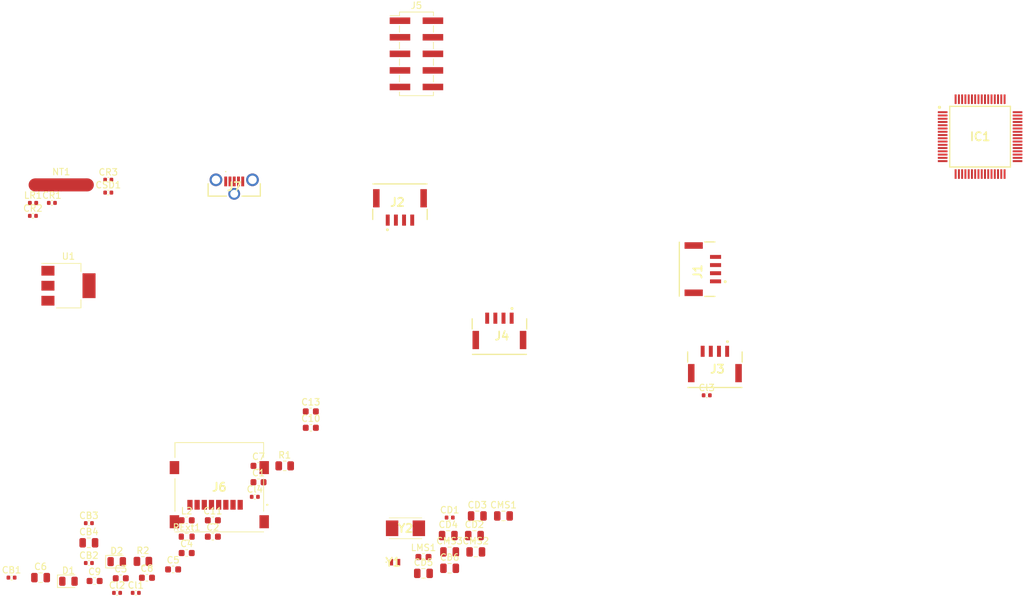
<source format=kicad_pcb>
(kicad_pcb (version 20211014) (generator pcbnew)
  (layers (0 "F.Cu" signal) (31 "B.Cu" signal) (34 "B.Paste" user) (35 "F.Paste" user) (36 "B.SilkS" user "B.Silkscreen") (37 "F.SilkS" user "F.Silkscreen") (38 "B.Mask" user) (39 "F.Mask" user) (44 "Edge.Cuts" user))
  (net 0 "")
  (net 1 "/VEXT")
  (net 2 "GND")
  (net 3 "Net-(C2-Pad1)")
  (net 4 "Net-(C3-Pad1)")
  (net 5 "+3V3")
  (net 6 "Net-(C4-Pad2)")
  (net 7 "+3.3VA")
  (net 8 "LSE_IN")
  (net 9 "LSE_OUT")
  (net 10 "Net-(Cl3-Pad1)")
  (net 11 "HSE_IN")
  (net 12 "Net-(D1-Pad2)")
  (net 13 "Net-(D2-Pad2)")
  (net 14 "VBUS")
  (net 15 "USB_D-")
  (net 16 "USB_D+")
  (net 17 "JTCK")
  (net 18 "JTDO")
  (net 19 "JTMS")
  (net 20 "JTDI")
  (net 21 "I2C2_SCL")
  (net 22 "USART1_RX")
  (net 23 "USART2_RX")
  (net 24 "CS")
  (net 25 "SPI1_MOSI")
  (net 26 "CLK")
  (net 27 "SPI1_MISO")
  (net 28 "HSE_OUT")
  (net 32 "USART1_TX")
  (net 33 "TRACE_D2")
  (net 36 "TRACE_D3")
  (net 39 "I2C1_SDA")
  (net 40 "I2C1_SCL")
  (net 50 "I2C2_SDA")
  (net 52 "TRACE_D1")
  (net 58 "USART2_TX")
  (net 59 "SPI1_CLK")
  (net 63 "TRACE_CLK")
  (net 64 "TRACE_D0")
  (net 67 "Net-(CMS1-Pad2)")
  (net 73 "Net-(CR1-Pad2)")
  (net 74 "Net-(CR1-Pad1)")
  (net 75 "Net-(CSD1-Pad1)")
  (net 76 "Net-(LR1-Pad1)")
  (footprint "SamacSys_Parts:QFP50P1200X1200X160-64N" (layer "F.Cu") (at 210.82 48.26)
    (fp_text reference "IC1" (at 0 0) (layer "F.SilkS") (effects (font (size 1.27 1.27) (thickness 0.254))))
    (fp_text value "STM32L412RBT6P" hide)
    (fp_line (start -4.65 -4.65) (end 4.65 -4.65) (layer "F.SilkS") (width 0.2))
    (fp_line (start 4.65 -4.65) (end 4.65 4.65) (layer "F.SilkS") (width 0.2))
    (fp_line (start 4.65 4.65) (end -4.65 4.65) (layer "F.SilkS") (width 0.2))
    (fp_line (start -4.65 4.65) (end -4.65 -4.65) (layer "F.SilkS") (width 0.2))
    (fp_circle (center -6.225 -4.5) (end -6.225 -4.375) (layer "F.SilkS") (width 0.25) (fill none))
    (pad "1" smd rect locked (at -5.738 -3.75 90) (size 0.3 1.475) (layers "F.Cu" "F.Paste" "F.Mask") (net 5 "+3V3"))
    (pad "2" smd rect locked (at -5.738 -3.25 90) (size 0.3 1.475) (layers "F.Cu" "F.Paste" "F.Mask"))
    (pad "3" smd rect locked (at -5.738 -2.75 90) (size 0.3 1.475) (layers "F.Cu" "F.Paste" "F.Mask") (net 8 "LSE_IN"))
    (pad "4" smd rect locked (at -5.738 -2.25 90) (size 0.3 1.475) (layers "F.Cu" "F.Paste" "F.Mask") (net 9 "LSE_OUT"))
    (pad "5" smd rect locked (at -5.738 -1.75 90) (size 0.3 1.475) (layers "F.Cu" "F.Paste" "F.Mask") (net 11 "HSE_IN"))
    (pad "6" smd rect locked (at -5.738 -1.25 90) (size 0.3 1.475) (layers "F.Cu" "F.Paste" "F.Mask") (net 28 "HSE_OUT"))
    (pad "7" smd rect locked (at -5.738 -0.75 90) (size 0.3 1.475) (layers "F.Cu" "F.Paste" "F.Mask"))
    (pad "8" smd rect locked (at -5.738 -0.25 90) (size 0.3 1.475) (layers "F.Cu" "F.Paste" "F.Mask") (net 64 "TRACE_D0"))
    (pad "9" smd rect locked (at -5.738 0.25 90) (size 0.3 1.475) (layers "F.Cu" "F.Paste" "F.Mask") (net 63 "TRACE_CLK"))
    (pad "10" smd rect locked (at -5.738 0.75 90) (size 0.3 1.475) (layers "F.Cu" "F.Paste" "F.Mask"))
    (pad "11" smd rect locked (at -5.738 1.25 90) (size 0.3 1.475) (layers "F.Cu" "F.Paste" "F.Mask"))
    (pad "12" smd rect locked (at -5.738 1.75 90) (size 0.3 1.475) (layers "F.Cu" "F.Paste" "F.Mask") (net 2 "GND"))
    (pad "13" smd rect locked (at -5.738 2.25 90) (size 0.3 1.475) (layers "F.Cu" "F.Paste" "F.Mask") (net 7 "+3.3VA"))
    (pad "14" smd rect locked (at -5.738 2.75 90) (size 0.3 1.475) (layers "F.Cu" "F.Paste" "F.Mask"))
    (pad "15" smd rect locked (at -5.738 3.25 90) (size 0.3 1.475) (layers "F.Cu" "F.Paste" "F.Mask") (net 59 "SPI1_CLK"))
    (pad "16" smd rect locked (at -5.738 3.75 90) (size 0.3 1.475) (layers "F.Cu" "F.Paste" "F.Mask") (net 58 "USART2_TX"))
    (pad "17" smd rect locked (at -3.75 5.738) (size 0.3 1.475) (layers "F.Cu" "F.Paste" "F.Mask") (net 23 "USART2_RX"))
    (pad "18" smd rect locked (at -3.25 5.738) (size 0.3 1.475) (layers "F.Cu" "F.Paste" "F.Mask") (net 2 "GND"))
    (pad "19" smd rect locked (at -2.75 5.738) (size 0.3 1.475) (layers "F.Cu" "F.Paste" "F.Mask") (net 5 "+3V3"))
    (pad "20" smd rect locked (at -2.25 5.738) (size 0.3 1.475) (layers "F.Cu" "F.Paste" "F.Mask"))
    (pad "21" smd rect locked (at -1.75 5.738) (size 0.3 1.475) (layers "F.Cu" "F.Paste" "F.Mask"))
    (pad "22" smd rect locked (at -1.25 5.738) (size 0.3 1.475) (layers "F.Cu" "F.Paste" "F.Mask") (net 27 "SPI1_MISO"))
    (pad "23" smd rect locked (at -0.75 5.738) (size 0.3 1.475) (layers "F.Cu" "F.Paste" "F.Mask") (net 25 "SPI1_MOSI"))
    (pad "24" smd rect locked (at -0.25 5.738) (size 0.3 1.475) (layers "F.Cu" "F.Paste" "F.Mask"))
    (pad "25" smd rect locked (at 0.25 5.738) (size 0.3 1.475) (layers "F.Cu" "F.Paste" "F.Mask"))
    (pad "26" smd rect locked (at 0.75 5.738) (size 0.3 1.475) (layers "F.Cu" "F.Paste" "F.Mask"))
    (pad "27" smd rect locked (at 1.25 5.738) (size 0.3 1.475) (layers "F.Cu" "F.Paste" "F.Mask") (net 52 "TRACE_D1"))
    (pad "28" smd rect locked (at 1.75 5.738) (size 0.3 1.475) (layers "F.Cu" "F.Paste" "F.Mask"))
    (pad "29" smd rect locked (at 2.25 5.738) (size 0.3 1.475) (layers "F.Cu" "F.Paste" "F.Mask") (net 21 "I2C2_SCL"))
    (pad "30" smd rect locked (at 2.75 5.738) (size 0.3 1.475) (layers "F.Cu" "F.Paste" "F.Mask") (net 50 "I2C2_SDA"))
    (pad "31" smd rect locked (at 3.25 5.738) (size 0.3 1.475) (layers "F.Cu" "F.Paste" "F.Mask") (net 2 "GND"))
    (pad "32" smd rect locked (at 3.75 5.738) (size 0.3 1.475) (layers "F.Cu" "F.Paste" "F.Mask") (net 5 "+3V3"))
    (pad "33" smd rect locked (at 5.738 3.75 90) (size 0.3 1.475) (layers "F.Cu" "F.Paste" "F.Mask"))
    (pad "34" smd rect locked (at 5.738 3.25 90) (size 0.3 1.475) (layers "F.Cu" "F.Paste" "F.Mask"))
    (pad "35" smd rect locked (at 5.738 2.75 90) (size 0.3 1.475) (layers "F.Cu" "F.Paste" "F.Mask"))
    (pad "36" smd rect locked (at 5.738 2.25 90) (size 0.3 1.475) (layers "F.Cu" "F.Paste" "F.Mask"))
    (pad "37" smd rect locked (at 5.738 1.75 90) (size 0.3 1.475) (layers "F.Cu" "F.Paste" "F.Mask"))
    (pad "38" smd rect locked (at 5.738 1.25 90) (size 0.3 1.475) (layers "F.Cu" "F.Paste" "F.Mask"))
    (pad "39" smd rect locked (at 5.738 0.75 90) (size 0.3 1.475) (layers "F.Cu" "F.Paste" "F.Mask"))
    (pad "40" smd rect locked (at 5.738 0.25 90) (size 0.3 1.475) (layers "F.Cu" "F.Paste" "F.Mask"))
    (pad "41" smd rect locked (at 5.738 -0.25 90) (size 0.3 1.475) (layers "F.Cu" "F.Paste" "F.Mask"))
    (pad "42" smd rect locked (at 5.738 -0.75 90) (size 0.3 1.475) (layers "F.Cu" "F.Paste" "F.Mask") (net 40 "I2C1_SCL"))
    (pad "43" smd rect locked (at 5.738 -1.25 90) (size 0.3 1.475) (layers "F.Cu" "F.Paste" "F.Mask") (net 39 "I2C1_SDA"))
    (pad "44" smd rect locked (at 5.738 -1.75 90) (size 0.3 1.475) (layers "F.Cu" "F.Paste" "F.Mask") (net 15 "USB_D-"))
    (pad "45" smd rect locked (at 5.738 -2.25 90) (size 0.3 1.475) (layers "F.Cu" "F.Paste" "F.Mask") (net 16 "USB_D+"))
    (pad "46" smd rect locked (at 5.738 -2.75 90) (size 0.3 1.475) (layers "F.Cu" "F.Paste" "F.Mask") (net 19 "JTMS"))
    (pad "47" smd rect locked (at 5.738 -3.25 90) (size 0.3 1.475) (layers "F.Cu" "F.Paste" "F.Mask") (net 2 "GND"))
    (pad "48" smd rect locked (at 5.738 -3.75 90) (size 0.3 1.475) (layers "F.Cu" "F.Paste" "F.Mask") (net 5 "+3V3"))
    (pad "49" smd rect locked (at 3.75 -5.738) (size 0.3 1.475) (layers "F.Cu" "F.Paste" "F.Mask") (net 17 "JTCK"))
    (pad "50" smd rect locked (at 3.25 -5.738) (size 0.3 1.475) (layers "F.Cu" "F.Paste" "F.Mask") (net 20 "JTDI"))
    (pad "51" smd rect locked (at 2.75 -5.738) (size 0.3 1.475) (layers "F.Cu" "F.Paste" "F.Mask"))
    (pad "52" smd rect locked (at 2.25 -5.738) (size 0.3 1.475) (layers "F.Cu" "F.Paste" "F.Mask"))
    (pad "53" smd rect locked (at 1.75 -5.738) (size 0.3 1.475) (layers "F.Cu" "F.Paste" "F.Mask") (net 36 "TRACE_D3"))
    (pad "54" smd rect locked (at 1.25 -5.738) (size 0.3 1.475) (layers "F.Cu" "F.Paste" "F.Mask"))
    (pad "55" smd rect locked (at 0.75 -5.738) (size 0.3 1.475) (layers "F.Cu" "F.Paste" "F.Mask") (net 18 "JTDO"))
    (pad "56" smd rect locked (at 0.25 -5.738) (size 0.3 1.475) (layers "F.Cu" "F.Paste" "F.Mask"))
    (pad "57" smd rect locked (at -0.25 -5.738) (size 0.3 1.475) (layers "F.Cu" "F.Paste" "F.Mask") (net 33 "TRACE_D2"))
    (pad "58" smd rect locked (at -0.75 -5.738) (size 0.3 1.475) (layers "F.Cu" "F.Paste" "F.Mask") (net 32 "USART1_TX"))
    (pad "59" smd rect locked (at -1.25 -5.738) (size 0.3 1.475) (layers "F.Cu" "F.Paste" "F.Mask") (net 22 "USART1_RX"))
    (pad "60" smd rect locked (at -1.75 -5.738) (size 0.3 1.475) (layers "F.Cu" "F.Paste" "F.Mask"))
    (pad "61" smd rect locked (at -2.25 -5.738) (size 0.3 1.475) (layers "F.Cu" "F.Paste" "F.Mask"))
    (pad "62" smd rect locked (at -2.75 -5.738) (size 0.3 1.475) (layers "F.Cu" "F.Paste" "F.Mask"))
    (pad "63" smd rect locked (at -3.25 -5.738) (size 0.3 1.475) (layers "F.Cu" "F.Paste" "F.Mask") (net 2 "GND"))
    (pad "64" smd rect locked (at -3.75 -5.738) (size 0.3 1.475) (layers "F.Cu" "F.Paste" "F.Mask") (net 5 "+3V3"))
  )
  (footprint "SamacSys_Parts:GMCB05B11124H1EU" (layer "F.Cu") (at 96.52 55.88)
    (fp_text reference "J7" (at 0 0.041) (layer "F.SilkS") (effects (font (size 1.27 1.27) (thickness 0.254))))
    (fp_text value "USB_B" hide)
    (fp_line (start -4 -0.4) (end -4 1.5) (layer "F.SilkS") (width 0.2))
    (fp_line (start -4 1.5) (end -1.2 1.5) (layer "F.SilkS") (width 0.2))
    (fp_line (start -1.3 -2.3) (end -1.3 -2.3) (layer "F.SilkS") (width 0.1))
    (fp_line (start 1.2 1.5) (end 4 1.5) (layer "F.SilkS") (width 0.2))
    (fp_line (start 4 1.5) (end 4 -0.4) (layer "F.SilkS") (width 0.2))
    (fp_line (start -1.3 -2.2) (end -1.3 -2.2) (layer "F.SilkS") (width 0.1))
    (fp_arc (start -1.3 -2.2) (mid -1.35 -2.25) (end -1.3 -2.3) (layer "F.SilkS") (width 0.1))
    (fp_arc (start -1.3 -2.3) (mid -1.25 -2.25) (end -1.3 -2.2) (layer "F.SilkS") (width 0.1))
    (pad "1" smd rect locked (at -1.3 -0.75) (size 0.45 1.5) (layers "F.Cu" "F.Paste" "F.Mask") (net 14 "VBUS"))
    (pad "2" smd rect locked (at -0.65 -0.75) (size 0.45 1.5) (layers "F.Cu" "F.Paste" "F.Mask") (net 15 "USB_D-"))
    (pad "3" smd rect locked (at 0 -0.75) (size 0.45 1.5) (layers "F.Cu" "F.Paste" "F.Mask") (net 16 "USB_D+"))
    (pad "4" smd rect locked (at 0.65 -0.75) (size 0.45 1.5) (layers "F.Cu" "F.Paste" "F.Mask") (net 2 "GND"))
    (pad "5" smd rect locked (at 1.3 -0.75) (size 0.45 1.5) (layers "F.Cu" "F.Paste" "F.Mask"))
    (pad "MH1" thru_hole circle locked (at -2.8 -1) (size 1.95 1.95) (drill 1.3) (layers *.Cu *.Mask))
    (pad "MH2" thru_hole circle locked (at 2.8 -1) (size 1.95 1.95) (drill 1.3) (layers *.Cu *.Mask))
    (pad "MH3" thru_hole circle locked (at 0 1.149) (size 1.815 1.815) (drill 1.21) (layers *.Cu *.Mask))
  )
  (footprint "Capacitor_SMD:C_0402_1005Metric" (layer "F.Cu") (at 129.54 106.68)
    (fp_text reference "CD1" (at 0 -1.16) (layer "F.SilkS"))
    (fp_text value "4.7u")
    (fp_line (start -0.107836 0.36) (end 0.107836 0.36) (layer "F.SilkS") (width 0.12))
    (fp_line (start -0.107836 -0.36) (end 0.107836 -0.36) (layer "F.SilkS") (width 0.12))
    (pad "1" smd roundrect (at -0.48 0) (size 0.56 0.62) (layers "F.Cu" "F.Paste" "F.Mask") (net 5 "+3V3"))
    (pad "2" smd roundrect (at 0.48 0) (size 0.56 0.62) (layers "F.Cu" "F.Paste" "F.Mask") (net 2 "GND"))
  )
  (footprint "Capacitor_SMD:C_0805_2012Metric" (layer "F.Cu") (at 129.32 109.44)
    (fp_text reference "CD4" (at 0 -1.68) (layer "F.SilkS"))
    (fp_text value "100n")
    (fp_line (start -0.261252 -0.735) (end 0.261252 -0.735) (layer "F.SilkS") (width 0.12))
    (fp_line (start -0.261252 0.735) (end 0.261252 0.735) (layer "F.SilkS") (width 0.12))
    (pad "1" smd roundrect (at -0.95 0) (size 1 1.45) (layers "F.Cu" "F.Paste" "F.Mask") (net 5 "+3V3"))
    (pad "2" smd roundrect (at 0.95 0) (size 1 1.45) (layers "F.Cu" "F.Paste" "F.Mask") (net 2 "GND"))
  )
  (footprint "Capacitor_SMD:C_0402_1005Metric" (layer "F.Cu") (at 74.245 113.65)
    (fp_text reference "CB2" (at 0 -1.16) (layer "F.SilkS"))
    (fp_text value "4.7u")
    (fp_line (start -0.107836 0.36) (end 0.107836 0.36) (layer "F.SilkS") (width 0.12))
    (fp_line (start -0.107836 -0.36) (end 0.107836 -0.36) (layer "F.SilkS") (width 0.12))
    (pad "1" smd roundrect (at -0.48 0) (size 0.56 0.62) (layers "F.Cu" "F.Paste" "F.Mask") (net 5 "+3V3"))
    (pad "2" smd roundrect (at 0.48 0) (size 0.56 0.62) (layers "F.Cu" "F.Paste" "F.Mask") (net 2 "GND"))
  )
  (footprint "Capacitor_SMD:C_0603_1608Metric" (layer "F.Cu") (at 87.155 114.63)
    (fp_text reference "C5" (at 0 -1.43) (layer "F.SilkS"))
    (fp_text value "10n")
    (fp_line (start -0.14058 0.51) (end 0.14058 0.51) (layer "F.SilkS") (width 0.12))
    (fp_line (start -0.14058 -0.51) (end 0.14058 -0.51) (layer "F.SilkS") (width 0.12))
    (pad "1" smd roundrect (at -0.775 0) (size 0.9 0.95) (layers "F.Cu" "F.Paste" "F.Mask") (net 7 "+3.3VA"))
    (pad "2" smd roundrect (at 0.775 0) (size 0.9 0.95) (layers "F.Cu" "F.Paste" "F.Mask") (net 6 "Net-(C4-Pad2)"))
  )
  (footprint "Resistor_SMD:R_0603_1608Metric" (layer "F.Cu") (at 89.235 109.61)
    (fp_text reference "RExt1" (at 0 -1.43) (layer "F.SilkS"))
    (fp_text value "2K")
    (fp_line (start -0.237258 0.5225) (end 0.237258 0.5225) (layer "F.SilkS") (width 0.12))
    (fp_line (start -0.237258 -0.5225) (end 0.237258 -0.5225) (layer "F.SilkS") (width 0.12))
    (pad "1" smd roundrect (at -0.825 0) (size 0.8 0.95) (layers "F.Cu" "F.Paste" "F.Mask") (net 28 "HSE_OUT"))
    (pad "2" smd roundrect (at 0.825 0) (size 0.8 0.95) (layers "F.Cu" "F.Paste" "F.Mask") (net 10 "Net-(Cl3-Pad1)"))
  )
  (footprint "Resistor_SMD:R_0805_2012Metric" (layer "F.Cu") (at 104.255 98.75)
    (fp_text reference "R1" (at 0 -1.65) (layer "F.SilkS"))
    (fp_text value "1k")
    (fp_line (start -0.227064 -0.735) (end 0.227064 -0.735) (layer "F.SilkS") (width 0.12))
    (fp_line (start -0.227064 0.735) (end 0.227064 0.735) (layer "F.SilkS") (width 0.12))
    (pad "1" smd roundrect (at -0.9125 0) (size 1.025 1.4) (layers "F.Cu" "F.Paste" "F.Mask") (roundrect_rratio 0.243902) (net 14 "VBUS"))
    (pad "2" smd roundrect (at 0.9125 0) (size 1.025 1.4) (layers "F.Cu" "F.Paste" "F.Mask") (roundrect_rratio 0.243902) (net 12 "Net-(D1-Pad2)"))
  )
  (footprint "Capacitor_SMD:C_0805_2012Metric" (layer "F.Cu") (at 129.53 111.95)
    (fp_text reference "CMS3" (at 0 -1.68) (layer "F.SilkS"))
    (fp_text value "10n")
    (fp_line (start -0.261252 0.735) (end 0.261252 0.735) (layer "F.SilkS") (width 0.12))
    (fp_line (start -0.261252 -0.735) (end 0.261252 -0.735) (layer "F.SilkS") (width 0.12))
    (pad "1" smd roundrect (at -0.95 0) (size 1 1.45) (layers "F.Cu" "F.Paste" "F.Mask") (net 7 "+3.3VA"))
    (pad "2" smd roundrect (at 0.95 0) (size 1 1.45) (layers "F.Cu" "F.Paste" "F.Mask") (net 67 "Net-(CMS1-Pad2)"))
  )
  (footprint "Capacitor_SMD:C_0805_2012Metric" (layer "F.Cu") (at 133.33 109.44)
    (fp_text reference "CD2" (at 0 -1.68) (layer "F.SilkS"))
    (fp_text value "100n")
    (fp_line (start -0.261252 -0.735) (end 0.261252 -0.735) (layer "F.SilkS") (width 0.12))
    (fp_line (start -0.261252 0.735) (end 0.261252 0.735) (layer "F.SilkS") (width 0.12))
    (pad "1" smd roundrect (at -0.95 0) (size 1 1.45) (layers "F.Cu" "F.Paste" "F.Mask") (net 5 "+3V3"))
    (pad "2" smd roundrect (at 0.95 0) (size 1 1.45) (layers "F.Cu" "F.Paste" "F.Mask") (net 2 "GND"))
  )
  (footprint "LED_SMD:LED_0805_2012Metric" (layer "F.Cu") (at 71.115 116.45)
    (fp_text reference "D1" (at 0 -1.65) (layer "F.SilkS"))
    (fp_text value "LED_Small")
    (fp_line (start -1.685 0.96) (end 1 0.96) (layer "F.SilkS") (width 0.12))
    (fp_line (start 1 -0.96) (end -1.685 -0.96) (layer "F.SilkS") (width 0.12))
    (fp_line (start -1.685 -0.96) (end -1.685 0.96) (layer "F.SilkS") (width 0.12))
    (pad "1" smd roundrect (at -0.9375 0) (size 0.975 1.4) (layers "F.Cu" "F.Paste" "F.Mask") (net 2 "GND"))
    (pad "2" smd roundrect (at 0.9375 0) (size 0.975 1.4) (layers "F.Cu" "F.Paste" "F.Mask") (net 12 "Net-(D1-Pad2)"))
  )
  (footprint "Capacitor_SMD:C_0603_1608Metric" (layer "F.Cu") (at 93.245 109.61)
    (fp_text reference "C2" (at 0 -1.43) (layer "F.SilkS"))
    (fp_text value "22uF")
    (fp_line (start -0.14058 -0.51) (end 0.14058 -0.51) (layer "F.SilkS") (width 0.12))
    (fp_line (start -0.14058 0.51) (end 0.14058 0.51) (layer "F.SilkS") (width 0.12))
    (pad "1" smd roundrect (at -0.775 0) (size 0.9 0.95) (layers "F.Cu" "F.Paste" "F.Mask") (net 3 "Net-(C2-Pad1)"))
    (pad "2" smd roundrect (at 0.775 0) (size 0.9 0.95) (layers "F.Cu" "F.Paste" "F.Mask") (net 2 "GND"))
  )
  (footprint "Capacitor_SMD:C_0402_1005Metric" (layer "F.Cu") (at 81.435 118.23)
    (fp_text reference "Cl1" (at 0 -1.16) (layer "F.SilkS"))
    (fp_text value "2pF")
    (fp_line (start -0.107836 -0.36) (end 0.107836 -0.36) (layer "F.SilkS") (width 0.12))
    (fp_line (start -0.107836 0.36) (end 0.107836 0.36) (layer "F.SilkS") (width 0.12))
    (pad "1" smd roundrect (at -0.48 0) (size 0.56 0.62) (layers "F.Cu" "F.Paste" "F.Mask") (net 9 "LSE_OUT"))
    (pad "2" smd roundrect (at 0.48 0) (size 0.56 0.62) (layers "F.Cu" "F.Paste" "F.Mask") (net 2 "GND"))
  )
  (footprint "SamacSys_Parts:693072010801" (layer "F.Cu") (at 94.235 102.02)
    (fp_text reference "J6" (at 0 0) (layer "F.SilkS") (effects (font (size 1.27 1.27) (thickness 0.254))))
    (fp_text value "Micro_SD_Card" hide)
    (fp_line (start -6.8 -6.85) (end 6.8 -6.85) (layer "F.SilkS") (width 0.1))
    (fp_line (start -6.8 3.7) (end -6.8 3.7) (layer "F.SilkS") (width 0.1))
    (fp_line (start -6.8 -4.55) (end -6.8 -4.55) (layer "F.SilkS") (width 0.1))
    (fp_line (start 6.8 -6.85) (end 6.8 -4.55) (layer "F.SilkS") (width 0.1))
    (fp_line (start 7.3 2.7) (end 7.3 2.7) (layer "F.SilkS") (width 0.2))
    (fp_line (start 6.8 -1.3) (end 6.8 -1.3) (layer "F.SilkS") (width 0.1))
    (fp_line (start -6.8 -6.85) (end -6.8 -6.85) (layer "F.SilkS") (width 0.1))
    (fp_line (start 6.8 -4.55) (end 6.8 -4.55) (layer "F.SilkS") (width 0.1))
    (fp_line (start 6.8 3.7) (end 6.8 3.7) (layer "F.SilkS") (width 0.1))
    (fp_line (start -6.8 -1.3) (end -6.8 -1.3) (layer "F.SilkS") (width 0.1))
    (fp_line (start -6.8 -4.55) (end -6.8 -6.85) (layer "F.SilkS") (width 0.1))
    (fp_line (start 6.8 -6.85) (end 6.8 -6.85) (layer "F.SilkS") (width 0.1))
    (fp_line (start 7.3 2.7) (end 7.3 2.7) (layer "F.SilkS") (width 0.2))
    (fp_line (start 6.8 -1.3) (end 6.8 3.7) (layer "F.SilkS") (width 0.1))
    (fp_line (start -6.8 6.85) (end 6.8 6.85) (layer "F.SilkS") (width 0.1))
    (fp_line (start -6.8 -6.85) (end -6.8 -6.85) (layer "F.SilkS") (width 0.1))
    (fp_line (start 6.8 6.85) (end 6.8 6.85) (layer "F.SilkS") (width 0.1))
    (fp_line (start -6.8 -1.3) (end -6.8 3.7) (layer "F.SilkS") (width 0.1))
    (fp_line (start 6.8 6.85) (end -6.8 6.85) (layer "F.SilkS") (width 0.1))
    (fp_line (start -6.8 3.7) (end -6.8 -1.3) (layer "F.SilkS") (width 0.1))
    (fp_line (start -6.8 6.85) (end -6.8 6.85) (layer "F.SilkS") (width 0.1))
    (fp_line (start 6.8 3.7) (end 6.8 -1.3) (layer "F.SilkS") (width 0.1))
    (fp_line (start 6.8 -4.55) (end 6.8 -6.85) (layer "F.SilkS") (width 0.1))
    (fp_line (start 6.8 -6.85) (end 6.8 -6.85) (layer "F.SilkS") (width 0.1))
    (fp_line (start 7.4 2.7) (end 7.4 2.7) (layer "F.SilkS") (width 0.2))
    (fp_line (start 6.8 -6.85) (end -6.8 -6.85) (layer "F.SilkS") (width 0.1))
    (fp_line (start -6.8 -6.85) (end -6.8 -4.55) (layer "F.SilkS") (width 0.1))
    (fp_arc (start 7.4 2.7) (mid 7.35 2.75) (end 7.3 2.7) (layer "F.SilkS") (width 0.2))
    (fp_arc (start 7.3 2.7) (mid 7.35 2.65) (end 7.4 2.7) (layer "F.SilkS") (width 0.2))
    (fp_arc (start 7.4 2.7) (mid 7.35 2.75) (end 7.3 2.7) (layer "F.SilkS") (width 0.2))
    (pad "1" smd rect locked (at 3.2 2.7) (size 0.8 1.5) (layers "F.Cu" "F.Paste" "F.Mask"))
    (pad "2" smd rect locked (at 2.1 2.7) (size 0.8 1.5) (layers "F.Cu" "F.Paste" "F.Mask") (net 24 "CS"))
    (pad "3" smd rect locked (at 1 2.7) (size 0.8 1.5) (layers "F.Cu" "F.Paste" "F.Mask") (net 25 "SPI1_MOSI"))
    (pad "4" smd rect locked (at -0.1 2.7) (size 0.8 1.5) (layers "F.Cu" "F.Paste" "F.Mask") (net 5 "+3V3"))
    (pad "5" smd rect locked (at -1.2 2.7) (size 0.8 1.5) (layers "F.Cu" "F.Paste" "F.Mask") (net 26 "CLK"))
    (pad "6" smd rect locked (at -2.3 2.7) (size 0.8 1.5) (layers "F.Cu" "F.Paste" "F.Mask") (net 2 "GND"))
    (pad "7" smd rect locked (at -3.4 2.7) (size 0.8 1.5) (layers "F.Cu" "F.Paste" "F.Mask") (net 27 "SPI1_MISO"))
    (pad "8" smd rect locked (at -4.5 2.7) (size 0.8 1.5) (layers "F.Cu" "F.Paste" "F.Mask"))
    (pad "MP1" smd rect locked (at 6.875 5.3) (size 1.45 2) (layers "F.Cu" "F.Paste" "F.Mask"))
    (pad "MP2" smd rect locked (at -6.875 5.3) (size 1.45 2) (layers "F.Cu" "F.Paste" "F.Mask"))
    (pad "MP3" smd rect locked (at 6.875 -3) (size 1.45 2) (layers "F.Cu" "F.Paste" "F.Mask"))
    (pad "MP4" smd rect locked (at -6.875 -3) (size 1.45 2) (layers "F.Cu" "F.Paste" "F.Mask"))
  )
  (footprint "SamacSys_Parts:502382-0470" (layer "F.Cu") (at 170.18 81.28 180)
    (fp_text reference "J3" (at -0.384 -2.628 180) (layer "F.SilkS") (effects (font (size 1.27 1.27) (thickness 0.254))))
    (fp_text value "Conn_01x04" hide)
    (fp_line (start -4.136 -5.45) (end 4.133 -5.45) (layer "F.SilkS") (width 0.2))
    (fp_line (start -4.175 0) (end -4.175 -1.555) (layer "F.SilkS") (width 0.2))
    (fp_line (start 4.175 0) (end 4.175 -1.555) (layer "F.SilkS") (width 0.2))
    (fp_circle (center -1.923 1.581) (end -1.923 1.606) (layer "F.SilkS") (width 0.2) (fill none))
    (pad "1" smd rect locked (at -1.875 0.1 180) (size 0.6 1.7) (layers "F.Cu" "F.Paste" "F.Mask") (net 2 "GND"))
    (pad "2" smd rect locked (at -0.625 0.1 180) (size 0.6 1.7) (layers "F.Cu" "F.Paste" "F.Mask") (net 21 "I2C2_SCL"))
    (pad "3" smd rect locked (at 0.625 0.1 180) (size 0.6 1.7) (layers "F.Cu" "F.Paste" "F.Mask") (net 50 "I2C2_SDA"))
    (pad "4" smd rect locked (at 1.875 0.1 180) (size 0.6 1.7) (layers "F.Cu" "F.Paste" "F.Mask") (net 5 "+3V3"))
    (pad "5" smd rect locked (at -3.625 -3.25 180) (size 1 2.8) (layers "F.Cu" "F.Paste" "F.Mask"))
    (pad "6" smd rect locked (at 3.625 -3.25 180) (size 1 2.8) (layers "F.Cu" "F.Paste" "F.Mask"))
  )
  (footprint "Capacitor_SMD:C_0402_1005Metric" (layer "F.Cu") (at 62.395 115.89)
    (fp_text reference "CB1" (at 0 -1.16) (layer "F.SilkS"))
    (fp_text value "4.7u")
    (fp_line (start -0.107836 -0.36) (end 0.107836 -0.36) (layer "F.SilkS") (width 0.12))
    (fp_line (start -0.107836 0.36) (end 0.107836 0.36) (layer "F.SilkS") (width 0.12))
    (pad "1" smd roundrect (at -0.48 0) (size 0.56 0.62) (layers "F.Cu" "F.Paste" "F.Mask") (net 5 "+3V3"))
    (pad "2" smd roundrect (at 0.48 0) (size 0.56 0.62) (layers "F.Cu" "F.Paste" "F.Mask") (net 2 "GND"))
  )
  (footprint "Capacitor_SMD:C_0603_1608Metric" (layer "F.Cu") (at 89.235 112.12)
    (fp_text reference "C4" (at 0 -1.43) (layer "F.SilkS"))
    (fp_text value "10n")
    (fp_line (start -0.14058 -0.51) (end 0.14058 -0.51) (layer "F.SilkS") (width 0.12))
    (fp_line (start -0.14058 0.51) (end 0.14058 0.51) (layer "F.SilkS") (width 0.12))
    (pad "1" smd roundrect (at -0.775 0) (size 0.9 0.95) (layers "F.Cu" "F.Paste" "F.Mask") (net 5 "+3V3"))
    (pad "2" smd roundrect (at 0.775 0) (size 0.9 0.95) (layers "F.Cu" "F.Paste" "F.Mask") (net 6 "Net-(C4-Pad2)"))
  )
  (footprint "SamacSys_Parts:ABS05W32768KHZD2T" (layer "F.Cu") (at 121.165 113.525)
    (fp_text reference "Y1" (at -0.3 0) (layer "F.SilkS") (effects (font (size 1.27 1.27) (thickness 0.254))))
    (fp_text value "Crystal" hide)
    (fp_line (start -1.3 0) (end -1.3 0) (layer "F.SilkS") (width 0.1))
    (fp_line (start -1.4 0) (end -1.4 0) (layer "F.SilkS") (width 0.1))
    (fp_arc (start -1.3 0) (mid -1.35 0.05) (end -1.4 0) (layer "F.SilkS") (width 0.1))
    (fp_arc (start -1.4 0) (mid -1.35 -0.05) (end -1.3 0) (layer "F.SilkS") (width 0.1))
    (pad "1" smd rect locked (at -0.55 0) (size 0.5 1) (layers "F.Cu" "F.Paste" "F.Mask") (net 9 "LSE_OUT"))
    (pad "2" smd rect locked (at 0.55 0) (size 0.5 1) (layers "F.Cu" "F.Paste" "F.Mask") (net 8 "LSE_IN"))
  )
  (footprint "SamacSys_Parts:502382-0470" (layer "F.Cu") (at 170.18 68.58 90)
    (fp_text reference "J1" (at -0.384 -2.628 90) (layer "F.SilkS") (effects (font (size 1.27 1.27) (thickness 0.254))))
    (fp_text value "Conn_01x04" hide)
    (fp_line (start 4.175 0) (end 4.175 -1.555) (layer "F.SilkS") (width 0.2))
    (fp_line (start -4.136 -5.45) (end 4.133 -5.45) (layer "F.SilkS") (width 0.2))
    (fp_line (start -4.175 0) (end -4.175 -1.555) (layer "F.SilkS") (width 0.2))
    (fp_circle (center -1.923 1.581) (end -1.923 1.606) (layer "F.SilkS") (width 0.2) (fill none))
    (pad "1" smd rect locked (at -1.875 0.1 90) (size 0.6 1.7) (layers "F.Cu" "F.Paste" "F.Mask") (net 2 "GND"))
    (pad "2" smd rect locked (at -0.625 0.1 90) (size 0.6 1.7) (layers "F.Cu" "F.Paste" "F.Mask") (net 39 "I2C1_SDA"))
    (pad "3" smd rect locked (at 0.625 0.1 90) (size 0.6 1.7) (layers "F.Cu" "F.Paste" "F.Mask") (net 40 "I2C1_SCL"))
    (pad "4" smd rect locked (at 1.875 0.1 90) (size 0.6 1.7) (layers "F.Cu" "F.Paste" "F.Mask") (net 5 "+3V3"))
    (pad "5" smd rect locked (at -3.625 -3.25 90) (size 1 2.8) (layers "F.Cu" "F.Paste" "F.Mask"))
    (pad "6" smd rect locked (at 3.625 -3.25 90) (size 1 2.8) (layers "F.Cu" "F.Paste" "F.Mask"))
  )
  (footprint "Capacitor_SMD:C_0402_1005Metric" (layer "F.Cu") (at 65.67 60.41)
    (fp_text reference "CR2" (at 0 -1.16) (layer "F.SilkS"))
    (fp_text value "22uF")
    (fp_line (start -0.107836 -0.36) (end 0.107836 -0.36) (layer "F.SilkS") (width 0.12))
    (fp_line (start -0.107836 0.36) (end 0.107836 0.36) (layer "F.SilkS") (width 0.12))
    (pad "1" smd roundrect (at -0.48 0) (size 0.56 0.62) (layers "F.Cu" "F.Paste" "F.Mask") (net 5 "+3V3"))
    (pad "2" smd roundrect (at 0.48 0) (size 0.56 0.62) (layers "F.Cu" "F.Paste" "F.Mask") (net 73 "Net-(CR1-Pad2)"))
  )
  (footprint "SamacSys_Parts:502382-0470" (layer "F.Cu") (at 137.16 76.2 180)
    (fp_text reference "J4" (at -0.384 -2.628 180) (layer "F.SilkS") (effects (font (size 1.27 1.27) (thickness 0.254))))
    (fp_text value "Conn_01x04" hide)
    (fp_line (start 4.175 0) (end 4.175 -1.555) (layer "F.SilkS") (width 0.2))
    (fp_line (start -4.136 -5.45) (end 4.133 -5.45) (layer "F.SilkS") (width 0.2))
    (fp_line (start -4.175 0) (end -4.175 -1.555) (layer "F.SilkS") (width 0.2))
    (fp_circle (center -1.923 1.581) (end -1.923 1.606) (layer "F.SilkS") (width 0.2) (fill none))
    (pad "1" smd rect locked (at -1.875 0.1 180) (size 0.6 1.7) (layers "F.Cu" "F.Paste" "F.Mask") (net 2 "GND"))
    (pad "2" smd rect locked (at -0.625 0.1 180) (size 0.6 1.7) (layers "F.Cu" "F.Paste" "F.Mask") (net 23 "USART2_RX"))
    (pad "3" smd rect locked (at 0.625 0.1 180) (size 0.6 1.7) (layers "F.Cu" "F.Paste" "F.Mask") (net 58 "USART2_TX"))
    (pad "4" smd rect locked (at 1.875 0.1 180) (size 0.6 1.7) (layers "F.Cu" "F.Paste" "F.Mask") (net 5 "+3V3"))
    (pad "5" smd rect locked (at -3.625 -3.25 180) (size 1 2.8) (layers "F.Cu" "F.Paste" "F.Mask"))
    (pad "6" smd rect locked (at 3.625 -3.25 180) (size 1 2.8) (layers "F.Cu" "F.Paste" "F.Mask"))
  )
  (footprint "Resistor_SMD:R_0805_2012Metric" (layer "F.Cu") (at 82.525 113.4)
    (fp_text reference "R2" (at 0 -1.65) (layer "F.SilkS"))
    (fp_text value "1k")
    (fp_line (start -0.227064 -0.735) (end 0.227064 -0.735) (layer "F.SilkS") (width 0.12))
    (fp_line (start -0.227064 0.735) (end 0.227064 0.735) (layer "F.SilkS") (width 0.12))
    (pad "1" smd roundrect (at -0.9125 0) (size 1.025 1.4) (layers "F.Cu" "F.Paste" "F.Mask") (roundrect_rratio 0.243902) (net 5 "+3V3"))
    (pad "2" smd roundrect (at 0.9125 0) (size 1.025 1.4) (layers "F.Cu" "F.Paste" "F.Mask") (roundrect_rratio 0.243902) (net 13 "Net-(D2-Pad2)"))
  )
  (footprint "Capacitor_SMD:C_0805_2012Metric" (layer "F.Cu") (at 137.78 106.43)
    (fp_text reference "CMS1" (at 0 -1.68) (layer "F.SilkS"))
    (fp_text value "10n")
    (fp_line (start -0.261252 -0.735) (end 0.261252 -0.735) (layer "F.SilkS") (width 0.12))
    (fp_line (start -0.261252 0.735) (end 0.261252 0.735) (layer "F.SilkS") (width 0.12))
    (pad "1" smd roundrect (at -0.95 0) (size 1 1.45) (layers "F.Cu" "F.Paste" "F.Mask") (net 5 "+3V3"))
    (pad "2" smd roundrect (at 0.95 0) (size 1 1.45) (layers "F.Cu" "F.Paste" "F.Mask") (net 67 "Net-(CMS1-Pad2)"))
  )
  (footprint "Capacitor_SMD:C_0603_1608Metric" (layer "F.Cu") (at 83.145 115.91)
    (fp_text reference "C8" (at 0 -1.43) (layer "F.SilkS"))
    (fp_text value "100n")
    (fp_line (start -0.14058 0.51) (end 0.14058 0.51) (layer "F.SilkS") (width 0.12))
    (fp_line (start -0.14058 -0.51) (end 0.14058 -0.51) (layer "F.SilkS") (width 0.12))
    (pad "1" smd roundrect (at -0.775 0) (size 0.9 0.95) (layers "F.Cu" "F.Paste" "F.Mask") (net 5 "+3V3"))
    (pad "2" smd roundrect (at 0.775 0) (size 0.9 0.95) (layers "F.Cu" "F.Paste" "F.Mask") (net 2 "GND"))
  )
  (footprint "Capacitor_SMD:C_0402_1005Metric" (layer "F.Cu") (at 77.22 56.84)
    (fp_text reference "CSD1" (at 0 -1.16) (layer "F.SilkS"))
    (fp_text value "0.1uF")
    (fp_line (start -0.107836 0.36) (end 0.107836 0.36) (layer "F.SilkS") (width 0.12))
    (fp_line (start -0.107836 -0.36) (end 0.107836 -0.36) (layer "F.SilkS") (width 0.12))
    (pad "1" smd roundrect (at -0.48 0) (size 0.56 0.62) (layers "F.Cu" "F.Paste" "F.Mask") (net 75 "Net-(CSD1-Pad1)"))
    (pad "2" smd roundrect (at 0.48 0) (size 0.56 0.62) (layers "F.Cu" "F.Paste" "F.Mask") (net 2 "GND"))
  )
  (footprint "Capacitor_SMD:C_0805_2012Metric" (layer "F.Cu") (at 74.245 110.55)
    (fp_text reference "CB4" (at 0 -1.68) (layer "F.SilkS"))
    (fp_text value "4.7u")
    (fp_line (start -0.261252 0.735) (end 0.261252 0.735) (layer "F.SilkS") (width 0.12))
    (fp_line (start -0.261252 -0.735) (end 0.261252 -0.735) (layer "F.SilkS") (width 0.12))
    (pad "1" smd roundrect (at -0.95 0) (size 1 1.45) (layers "F.Cu" "F.Paste" "F.Mask") (net 5 "+3V3"))
    (pad "2" smd roundrect (at 0.95 0) (size 1 1.45) (layers "F.Cu" "F.Paste" "F.Mask") (net 2 "GND"))
  )
  (footprint "NetTie:NetTie-3_SMD_Pad2.0mm" (layer "F.Cu") (at 70.01 55.66)
    (fp_text reference "NT1" (at 0 -2) (layer "F.SilkS"))
    (fp_text value "NetTie_3_Tee")
    (fp_poly (pts (xy -4 -1) (xy 4 -1) (xy 4 1) (xy -4 1)) (layer "F.Cu") (width 0) (fill solid))
    (pad "1" smd circle (at -4 0) (size 2 2) (layers "F.Cu") (net 14 "VBUS"))
    (pad "2" smd circle (at 0 0) (size 2 2) (layers "F.Cu") (net 76 "Net-(LR1-Pad1)"))
    (pad "3" smd circle (at 4 0) (size 2 2) (layers "F.Cu") (net 74 "Net-(CR1-Pad1)"))
  )
  (footprint "Capacitor_SMD:C_0805_2012Metric" (layer "F.Cu") (at 125.52 115.24)
    (fp_text reference "CD5" (at 0 -1.68) (layer "F.SilkS"))
    (fp_text value "100n")
    (fp_line (start -0.261252 -0.735) (end 0.261252 -0.735) (layer "F.SilkS") (width 0.12))
    (fp_line (start -0.261252 0.735) (end 0.261252 0.735) (layer "F.SilkS") (width 0.12))
    (pad "1" smd roundrect (at -0.95 0) (size 1 1.45) (layers "F.Cu" "F.Paste" "F.Mask") (net 5 "+3V3"))
    (pad "2" smd roundrect (at 0.95 0) (size 1 1.45) (layers "F.Cu" "F.Paste" "F.Mask") (net 2 "GND"))
  )
  (footprint "Package_TO_SOT_SMD:SOT-223-3_TabPin2" (layer "F.Cu") (at 71.12 71.12)
    (fp_text reference "U1" (at 0 -4.5) (layer "F.SilkS"))
    (fp_text value "AMS1117-3.3")
    (fp_line (start -4.1 -3.41) (end 1.91 -3.41) (layer "F.SilkS") (width 0.12))
    (fp_line (start 1.91 3.41) (end 1.91 2.15) (layer "F.SilkS") (width 0.12))
    (fp_line (start -1.85 3.41) (end 1.91 3.41) (layer "F.SilkS") (width 0.12))
    (fp_line (start 1.91 -3.41) (end 1.91 -2.15) (layer "F.SilkS") (width 0.12))
    (pad "1" smd rect (at -3.15 -2.3) (size 2 1.5) (layers "F.Cu" "F.Paste" "F.Mask") (net 73 "Net-(CR1-Pad2)"))
    (pad "2" smd rect (at 3.15 0) (size 2 3.8) (layers "F.Cu" "F.Paste" "F.Mask") (net 5 "+3V3"))
    (pad "2" smd rect (at -3.15 0) (size 2 1.5) (layers "F.Cu" "F.Paste" "F.Mask") (net 5 "+3V3"))
    (pad "3" smd rect (at -3.15 2.3) (size 2 1.5) (layers "F.Cu" "F.Paste" "F.Mask") (net 74 "Net-(CR1-Pad1)"))
  )
  (footprint "Capacitor_SMD:C_0603_1608Metric" (layer "F.Cu") (at 108.255 92.91)
    (fp_text reference "C10" (at 0 -1.43) (layer "F.SilkS"))
    (fp_text value "100n")
    (fp_line (start -0.14058 0.51) (end 0.14058 0.51) (layer "F.SilkS") (width 0.12))
    (fp_line (start -0.14058 -0.51) (end 0.14058 -0.51) (layer "F.SilkS") (width 0.12))
    (pad "1" smd roundrect (at -0.775 0) (size 0.9 0.95) (layers "F.Cu" "F.Paste" "F.Mask") (net 5 "+3V3"))
    (pad "2" smd roundrect (at 0.775 0) (size 0.9 0.95) (layers "F.Cu" "F.Paste" "F.Mask") (net 2 "GND"))
  )
  (footprint "Capacitor_SMD:C_0603_1608Metric" (layer "F.Cu") (at 75.125 116.41)
    (fp_text reference "C9" (at 0 -1.43) (layer "F.SilkS"))
    (fp_text value "100n")
    (fp_line (start -0.14058 0.51) (end 0.14058 0.51) (layer "F.SilkS") (width 0.12))
    (fp_line (start -0.14058 -0.51) (end 0.14058 -0.51) (layer "F.SilkS") (width 0.12))
    (pad "1" smd roundrect (at -0.775 0) (size 0.9 0.95) (layers "F.Cu" "F.Paste" "F.Mask") (net 5 "+3V3"))
    (pad "2" smd roundrect (at 0.775 0) (size 0.9 0.95) (layers "F.Cu" "F.Paste" "F.Mask") (net 2 "GND"))
  )
  (footprint "Capacitor_SMD:C_0402_1005Metric" (layer "F.Cu") (at 74.245 107.54)
    (fp_text reference "CB3" (at 0 -1.16) (layer "F.SilkS"))
    (fp_text value "4.7u")
    (fp_line (start -0.107836 -0.36) (end 0.107836 -0.36) (layer "F.SilkS") (width 0.12))
    (fp_line (start -0.107836 0.36) (end 0.107836 0.36) (layer "F.SilkS") (width 0.12))
    (pad "1" smd roundrect (at -0.48 0) (size 0.56 0.62) (layers "F.Cu" "F.Paste" "F.Mask") (net 5 "+3V3"))
    (pad "2" smd roundrect (at 0.48 0) (size 0.56 0.62) (layers "F.Cu" "F.Paste" "F.Mask") (net 2 "GND"))
  )
  (footprint "Capacitor_SMD:C_0603_1608Metric" (layer "F.Cu") (at 93.245 107.1)
    (fp_text reference "C11" (at 0 -1.43) (layer "F.SilkS"))
    (fp_text value "100n")
    (fp_line (start -0.14058 0.51) (end 0.14058 0.51) (layer "F.SilkS") (width 0.12))
    (fp_line (start -0.14058 -0.51) (end 0.14058 -0.51) (layer "F.SilkS") (width 0.12))
    (pad "1" smd roundrect (at -0.775 0) (size 0.9 0.95) (layers "F.Cu" "F.Paste" "F.Mask") (net 5 "+3V3"))
    (pad "2" smd roundrect (at 0.775 0) (size 0.9 0.95) (layers "F.Cu" "F.Paste" "F.Mask") (net 2 "GND"))
  )
  (footprint "Capacitor_SMD:C_0402_1005Metric" (layer "F.Cu") (at 78.565 118.23)
    (fp_text reference "Cl2" (at 0 -1.16) (layer "F.SilkS"))
    (fp_text value "2pF")
    (fp_line (start -0.107836 0.36) (end 0.107836 0.36) (layer "F.SilkS") (width 0.12))
    (fp_line (start -0.107836 -0.36) (end 0.107836 -0.36) (layer "F.SilkS") (width 0.12))
    (pad "1" smd roundrect (at -0.48 0) (size 0.56 0.62) (layers "F.Cu" "F.Paste" "F.Mask") (net 8 "LSE_IN"))
    (pad "2" smd roundrect (at 0.48 0) (size 0.56 0.62) (layers "F.Cu" "F.Paste" "F.Mask") (net 2 "GND"))
  )
  (footprint "Capacitor_SMD:C_0603_1608Metric" (layer "F.Cu") (at 100.245 101.26)
    (fp_text reference "C1" (at 0 -1.43) (layer "F.SilkS"))
    (fp_text value "22uF")
    (fp_line (start -0.14058 -0.51) (end 0.14058 -0.51) (layer "F.SilkS") (width 0.12))
    (fp_line (start -0.14058 0.51) (end 0.14058 0.51) (layer "F.SilkS") (width 0.12))
    (pad "1" smd roundrect (at -0.775 0) (size 0.9 0.95) (layers "F.Cu" "F.Paste" "F.Mask") (net 1 "/VEXT"))
    (pad "2" smd roundrect (at 0.775 0) (size 0.9 0.95) (layers "F.Cu" "F.Paste" "F.Mask") (net 2 "GND"))
  )
  (footprint "Inductor_SMD:L_0402_1005Metric" (layer "F.Cu") (at 65.69 58.43)
    (fp_text reference "LR1" (at 0 -1.17) (layer "F.SilkS"))
    (fp_text value "39nH")
    (pad "1" smd roundrect (at -0.485 0) (size 0.59 0.64) (layers "F.Cu" "F.Paste" "F.Mask") (net 76 "Net-(LR1-Pad1)"))
    (pad "2" smd roundrect (at 0.485 0) (size 0.59 0.64) (layers "F.Cu" "F.Paste" "F.Mask") (net 1 "/VEXT"))
  )
  (footprint "SamacSys_Parts:502382-0470" (layer "F.Cu") (at 121.92 60.96)
    (fp_text reference "J2" (at -0.384 -2.628) (layer "F.SilkS") (effects (font (size 1.27 1.27) (thickness 0.254))))
    (fp_text value "Conn_01x04" hide)
    (fp_line (start 4.175 0) (end 4.175 -1.555) (layer "F.SilkS") (width 0.2))
    (fp_line (start -4.136 -5.45) (end 4.133 -5.45) (layer "F.SilkS") (width 0.2))
    (fp_line (start -4.175 0) (end -4.175 -1.555) (layer "F.SilkS") (width 0.2))
    (fp_circle (center -1.923 1.581) (end -1.923 1.606) (layer "F.SilkS") (width 0.2) (fill none))
    (pad "1" smd rect locked (at -1.875 0.1) (size 0.6 1.7) (layers "F.Cu" "F.Paste" "F.Mask") (net 2 "GND"))
    (pad "2" smd rect locked (at -0.625 0.1) (size 0.6 1.7) (layers "F.Cu" "F.Paste" "F.Mask") (net 22 "USART1_RX"))
    (pad "3" smd rect locked (at 0.625 0.1) (size 0.6 1.7) (layers "F.Cu" "F.Paste" "F.Mask") (net 32 "USART1_TX"))
    (pad "4" smd rect locked (at 1.875 0.1) (size 0.6 1.7) (layers "F.Cu" "F.Paste" "F.Mask") (net 5 "+3V3"))
    (pad "5" smd rect locked (at -3.625 -3.25) (size 1 2.8) (layers "F.Cu" "F.Paste" "F.Mask"))
    (pad "6" smd rect locked (at 3.625 -3.25) (size 1 2.8) (layers "F.Cu" "F.Paste" "F.Mask"))
  )
  (footprint "LED_SMD:LED_0805_2012Metric" (layer "F.Cu") (at 78.515 113.44)
    (fp_text reference "D2" (at 0 -1.65) (layer "F.SilkS"))
    (fp_text value "LED_Small")
    (fp_line (start -1.685 0.96) (end 1 0.96) (layer "F.SilkS") (width 0.12))
    (fp_line (start -1.685 -0.96) (end -1.685 0.96) (layer "F.SilkS") (width 0.12))
    (fp_line (start 1 -0.96) (end -1.685 -0.96) (layer "F.SilkS") (width 0.12))
    (pad "1" smd roundrect (at -0.9375 0) (size 0.975 1.4) (layers "F.Cu" "F.Paste" "F.Mask") (net 2 "GND"))
    (pad "2" smd roundrect (at 0.9375 0) (size 0.975 1.4) (layers "F.Cu" "F.Paste" "F.Mask") (net 13 "Net-(D2-Pad2)"))
  )
  (footprint "SamacSys_Parts:ECS80830QVSTR" (layer "F.Cu") (at 122.765 108.325)
    (fp_text reference "Y2" (at 0 0) (layer "F.SilkS") (effects (font (size 1.27 1.27) (thickness 0.254))))
    (fp_text value "Crystal" hide)
    (fp_line (start -2.5 -1.6) (end 2.5 -1.6) (layer "F.SilkS") (width 0.1))
    (fp_line (start -2.5 1.6) (end 2.5 1.6) (layer "F.SilkS") (width 0.1))
    (pad "1" smd rect locked (at -2.05 0) (size 1.9 2.4) (layers "F.Cu" "F.Paste" "F.Mask") (net 10 "Net-(Cl3-Pad1)"))
    (pad "2" smd rect locked (at 2.05 0) (size 1.9 2.4) (layers "F.Cu" "F.Paste" "F.Mask") (net 11 "HSE_IN"))
  )
  (footprint "Capacitor_SMD:C_0805_2012Metric" (layer "F.Cu") (at 133.54 111.95)
    (fp_text reference "CMS2" (at 0 -1.68) (layer "F.SilkS"))
    (fp_text value "1u")
    (fp_line (start -0.261252 0.735) (end 0.261252 0.735) (layer "F.SilkS") (width 0.12))
    (fp_line (start -0.261252 -0.735) (end 0.261252 -0.735) (layer "F.SilkS") (width 0.12))
    (pad "1" smd roundrect (at -0.95 0) (size 1 1.45) (layers "F.Cu" "F.Paste" "F.Mask") (net 5 "+3V3"))
    (pad "2" smd roundrect (at 0.95 0) (size 1 1.45) (layers "F.Cu" "F.Paste" "F.Mask") (net 67 "Net-(CMS1-Pad2)"))
  )
  (footprint "Capacitor_SMD:C_0603_1608Metric" (layer "F.Cu") (at 89.235 107.1)
    (fp_text reference "L2" (at 0 -1.43) (layer "F.SilkS"))
    (fp_text value "39nH")
    (fp_line (start -0.14058 0.51) (end 0.14058 0.51) (layer "F.SilkS") (width 0.12))
    (fp_line (start -0.14058 -0.51) (end 0.14058 -0.51) (layer "F.SilkS") (width 0.12))
    (pad "1" smd roundrect (at -0.775 0) (size 0.9 0.95) (layers "F.Cu" "F.Paste" "F.Mask") (net 5 "+3V3"))
    (pad "2" smd roundrect (at 0.775 0) (size 0.9 0.95) (layers "F.Cu" "F.Paste" "F.Mask") (net 7 "+3.3VA"))
  )
  (footprint "Capacitor_SMD:C_0402_1005Metric" (layer "F.Cu") (at 99.675 103.5)
    (fp_text reference "Cl4" (at 0 -1.16) (layer "F.SilkS"))
    (fp_text value "10pF")
    (fp_line (start -0.107836 0.36) (end 0.107836 0.36) (layer "F.SilkS") (width 0.12))
    (fp_line (start -0.107836 -0.36) (end 0.107836 -0.36) (layer "F.SilkS") (width 0.12))
    (pad "1" smd roundrect (at -0.48 0) (size 0.56 0.62) (layers "F.Cu" "F.Paste" "F.Mask") (net 11 "HSE_IN"))
    (pad "2" smd roundrect (at 0.48 0) (size 0.56 0.62) (layers "F.Cu" "F.Paste" "F.Mask") (net 2 "GND"))
  )
  (footprint "Capacitor_SMD:C_0603_1608Metric" (layer "F.Cu") (at 79.135 115.99)
    (fp_text reference "C3" (at 0 -1.43) (layer "F.SilkS"))
    (fp_text value "22uF")
    (fp_line (start -0.14058 -0.51) (end 0.14058 -0.51) (layer "F.SilkS") (width 0.12))
    (fp_line (start -0.14058 0.51) (end 0.14058 0.51) (layer "F.SilkS") (width 0.12))
    (pad "1" smd roundrect (at -0.775 0) (size 0.9 0.95) (layers "F.Cu" "F.Paste" "F.Mask") (net 4 "Net-(C3-Pad1)"))
    (pad "2" smd roundrect (at 0.775 0) (size 0.9 0.95) (layers "F.Cu" "F.Paste" "F.Mask") (net 2 "GND"))
  )
  (footprint "Capacitor_SMD:C_0603_1608Metric" (layer "F.Cu") (at 125.52 112.73)
    (fp_text reference "LMS1" (at 0 -1.43) (layer "F.SilkS"))
    (fp_text value "39nH")
    (fp_line (start -0.14058 0.51) (end 0.14058 0.51) (layer "F.SilkS") (width 0.12))
    (fp_line (start -0.14058 -0.51) (end 0.14058 -0.51) (layer "F.SilkS") (width 0.12))
    (pad "1" smd roundrect (at -0.775 0) (size 0.9 0.95) (layers "F.Cu" "F.Paste" "F.Mask") (net 5 "+3V3"))
    (pad "2" smd roundrect (at 0.775 0) (size 0.9 0.95) (layers "F.Cu" "F.Paste" "F.Mask") (net 7 "+3.3VA"))
  )
  (footprint "Capacitor_SMD:C_0402_1005Metric" (layer "F.Cu") (at 168.93 87.93)
    (fp_text reference "Cl3" (at 0 -1.16) (layer "F.SilkS"))
    (fp_text value "10pF")
    (fp_line (start -0.107836 -0.36) (end 0.107836 -0.36) (layer "F.SilkS") (width 0.12))
    (fp_line (start -0.107836 0.36) (end 0.107836 0.36) (layer "F.SilkS") (width 0.12))
    (pad "1" smd roundrect (at -0.48 0) (size 0.56 0.62) (layers "F.Cu" "F.Paste" "F.Mask") (net 10 "Net-(Cl3-Pad1)"))
    (pad "2" smd roundrect (at 0.48 0) (size 0.56 0.62) (layers "F.Cu" "F.Paste" "F.Mask") (net 2 "GND"))
  )
  (footprint "Capacitor_SMD:C_0805_2012Metric" (layer "F.Cu") (at 129.53 114.46)
    (fp_text reference "CD6" (at 0 -1.68) (layer "F.SilkS"))
    (fp_text value "100n")
    (fp_line (start -0.261252 0.735) (end 0.261252 0.735) (layer "F.SilkS") (width 0.12))
    (fp_line (start -0.261252 -0.735) (end 0.261252 -0.735) (layer "F.SilkS") (width 0.12))
    (pad "1" smd roundrect (at -0.95 0) (size 1 1.45) (layers "F.Cu" "F.Paste" "F.Mask") (net 5 "+3V3"))
    (pad "2" smd roundrect (at 0.95 0) (size 1 1.45) (layers "F.Cu" "F.Paste" "F.Mask") (net 2 "GND"))
  )
  (footprint "Capacitor_SMD:C_0603_1608Metric" (layer "F.Cu") (at 108.255 90.4)
    (fp_text reference "C13" (at 0 -1.43) (layer "F.SilkS"))
    (fp_text value "1u")
    (fp_line (start -0.14058 0.51) (end 0.14058 0.51) (layer "F.SilkS") (width 0.12))
    (fp_line (start -0.14058 -0.51) (end 0.14058 -0.51) (layer "F.SilkS") (width 0.12))
    (pad "1" smd roundrect (at -0.775 0) (size 0.9 0.95) (layers "F.Cu" "F.Paste" "F.Mask") (net 5 "+3V3"))
    (pad "2" smd roundrect (at 0.775 0) (size 0.9 0.95) (layers "F.Cu" "F.Paste" "F.Mask") (net 6 "Net-(C4-Pad2)"))
  )
  (footprint "Connector_PinHeader_2.54mm:PinHeader_2x05_P2.54mm_Vertical_SMD" (layer "F.Cu") (at 124.445 35.56)
    (fp_text reference "J5" (at 0 -7.41) (layer "F.SilkS"))
    (fp_text value "AVR-JTAG-10")
    (fp_line (start -2.6 0.76) (end -2.6 1.78) (layer "F.SilkS") (width 0.12))
    (fp_line (start 2.6 3.3) (end 2.6 4.32) (layer "F.SilkS") (width 0.12))
    (fp_line (start -2.6 -6.41) (end 2.6 -6.41) (layer "F.SilkS") (width 0.12))
    (fp_line (start 2.6 0.76) (end 2.6 1.78) (layer "F.SilkS") (width 0.12))
    (fp_line (start 2.6 -1.78) (end 2.6 -0.76) (layer "F.SilkS") (width 0.12))
    (fp_line (start -2.6 3.3) (end -2.6 4.32) (layer "F.SilkS") (width 0.12))
    (fp_line (start -2.6 -1.78) (end -2.6 -0.76) (layer "F.SilkS") (width 0.12))
    (fp_line (start -4.04 -5.84) (end -2.6 -5.84) (layer "F.SilkS") (width 0.12))
    (fp_line (start -2.6 6.41) (end 2.6 6.41) (layer "F.SilkS") (width 0.12))
    (fp_line (start -2.6 -6.41) (end -2.6 -5.84) (layer "F.SilkS") (width 0.12))
    (fp_line (start 2.6 -4.32) (end 2.6 -3.3) (layer "F.SilkS") (width 0.12))
    (fp_line (start 2.6 -6.41) (end 2.6 -5.84) (layer "F.SilkS") (width 0.12))
    (fp_line (start -2.6 5.84) (end -2.6 6.41) (layer "F.SilkS") (width 0.12))
    (fp_line (start -2.6 -4.32) (end -2.6 -3.3) (layer "F.SilkS") (width 0.12))
    (fp_line (start 2.6 5.84) (end 2.6 6.41) (layer "F.SilkS") (width 0.12))
    (pad "1" smd rect (at -2.525 -5.08) (size 3.15 1) (layers "F.Cu" "F.Paste" "F.Mask") (net 17 "JTCK"))
    (pad "2" smd rect (at 2.525 -5.08) (size 3.15 1) (layers "F.Cu" "F.Paste" "F.Mask") (net 2 "GND"))
    (pad "3" smd rect (at -2.525 -2.54) (size 3.15 1) (layers "F.Cu" "F.Paste" "F.Mask") (net 18 "JTDO"))
    (pad "4" smd rect (at 2.525 -2.54) (size 3.15 1) (layers "F.Cu" "F.Paste" "F.Mask") (net 5 "+3V3"))
    (pad "5" smd rect (at -2.525 0) (size 3.15 1) (layers "F.Cu" "F.Paste" "F.Mask") (net 19 "JTMS"))
    (pad "6" smd rect (at 2.525 0) (size 3.15 1) (layers "F.Cu" "F.Paste" "F.Mask"))
    (pad "7" smd rect (at -2.525 2.54) (size 3.15 1) (layers "F.Cu" "F.Paste" "F.Mask") (net 5 "+3V3"))
    (pad "8" smd rect (at 2.525 2.54) (size 3.15 1) (layers "F.Cu" "F.Paste" "F.Mask"))
    (pad "9" smd rect (at -2.525 5.08) (size 3.15 1) (layers "F.Cu" "F.Paste" "F.Mask") (net 20 "JTDI"))
    (pad "10" smd rect (at 2.525 5.08) (size 3.15 1) (layers "F.Cu" "F.Paste" "F.Mask") (net 2 "GND"))
  )
  (footprint "Capacitor_SMD:C_0402_1005Metric" (layer "F.Cu") (at 77.22 54.87)
    (fp_text reference "CR3" (at 0 -1.16) (layer "F.SilkS"))
    (fp_text value "22uF")
    (fp_line (start -0.107836 -0.36) (end 0.107836 -0.36) (layer "F.SilkS") (width 0.12))
    (fp_line (start -0.107836 0.36) (end 0.107836 0.36) (layer "F.SilkS") (width 0.12))
    (pad "1" smd roundrect (at -0.48 0) (size 0.56 0.62) (layers "F.Cu" "F.Paste" "F.Mask") (net 1 "/VEXT"))
    (pad "2" smd roundrect (at 0.48 0) (size 0.56 0.62) (layers "F.Cu" "F.Paste" "F.Mask") (net 73 "Net-(CR1-Pad2)"))
  )
  (footprint "Capacitor_SMD:C_0603_1608Metric" (layer "F.Cu") (at 100.245 98.75)
    (fp_text reference "C7" (at 0 -1.43) (layer "F.SilkS"))
    (fp_text value "100n")
    (fp_line (start -0.14058 0.51) (end 0.14058 0.51) (layer "F.SilkS") (width 0.12))
    (fp_line (start -0.14058 -0.51) (end 0.14058 -0.51) (layer "F.SilkS") (width 0.12))
    (pad "1" smd roundrect (at -0.775 0) (size 0.9 0.95) (layers "F.Cu" "F.Paste" "F.Mask") (net 5 "+3V3"))
    (pad "2" smd roundrect (at 0.775 0) (size 0.9 0.95) (layers "F.Cu" "F.Paste" "F.Mask") (net 2 "GND"))
  )
  (footprint "Capacitor_SMD:C_0402_1005Metric" (layer "F.Cu") (at 68.58 58.42)
    (fp_text reference "CR1" (at 0 -1.16) (layer "F.SilkS"))
    (fp_text value "22uF")
    (fp_line (start -0.107836 0.36) (end 0.107836 0.36) (layer "F.SilkS") (width 0.12))
    (fp_line (start -0.107836 -0.36) (end 0.107836 -0.36) (layer "F.SilkS") (width 0.12))
    (pad "1" smd roundrect (at -0.48 0) (size 0.56 0.62) (layers "F.Cu" "F.Paste" "F.Mask") (net 74 "Net-(CR1-Pad1)"))
    (pad "2" smd roundrect (at 0.48 0) (size 0.56 0.62) (layers "F.Cu" "F.Paste" "F.Mask") (net 73 "Net-(CR1-Pad2)"))
  )
  (footprint "Capacitor_SMD:C_0805_2012Metric" (layer "F.Cu") (at 133.77 106.43)
    (fp_text reference "CD3" (at 0 -1.68) (layer "F.SilkS"))
    (fp_text value "100n")
    (fp_line (start -0.261252 -0.735) (end 0.261252 -0.735) (layer "F.SilkS") (width 0.12))
    (fp_line (start -0.261252 0.735) (end 0.261252 0.735) (layer "F.SilkS") (width 0.12))
    (pad "1" smd roundrect (at -0.95 0) (size 1 1.45) (layers "F.Cu" "F.Paste" "F.Mask") (net 5 "+3V3"))
    (pad "2" smd roundrect (at 0.95 0) (size 1 1.45) (layers "F.Cu" "F.Paste" "F.Mask") (net 2 "GND"))
  )
  (footprint "Capacitor_SMD:C_0805_2012Metric" (layer "F.Cu") (at 66.845 115.89)
    (fp_text reference "C6" (at 0 -1.68) (layer "F.SilkS"))
    (fp_text value "4.7u")
    (fp_line (start -0.261252 0.735) (end 0.261252 0.735) (layer "F.SilkS") (width 0.12))
    (fp_line (start -0.261252 -0.735) (end 0.261252 -0.735) (layer "F.SilkS") (width 0.12))
    (pad "1" smd roundrect (at -0.95 0) (size 1 1.45) (layers "F.Cu" "F.Paste" "F.Mask") (net 5 "+3V3"))
    (pad "2" smd roundrect (at 0.95 0) (size 1 1.45) (layers "F.Cu" "F.Paste" "F.Mask") (net 2 "GND"))
  )
)
</source>
